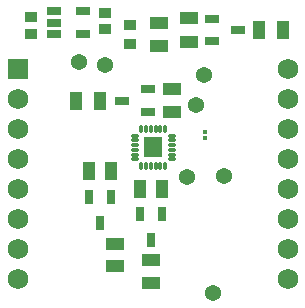
<source format=gts>
G04*
G04 #@! TF.GenerationSoftware,Altium Limited,Altium Designer,22.3.1 (43)*
G04*
G04 Layer_Color=8388736*
%FSLAX25Y25*%
%MOIN*%
G70*
G04*
G04 #@! TF.SameCoordinates,F5CC5926-5A50-4592-9941-E5357907D465*
G04*
G04*
G04 #@! TF.FilePolarity,Negative*
G04*
G01*
G75*
%ADD27O,0.01181X0.02953*%
%ADD28O,0.02953X0.01181*%
%ADD29R,0.06457X0.07087*%
%ADD30R,0.04528X0.02756*%
%ADD31R,0.04724X0.02953*%
%ADD32R,0.06102X0.03937*%
%ADD33R,0.04134X0.06102*%
%ADD34R,0.04134X0.03740*%
%ADD35R,0.04252X0.03465*%
%ADD36R,0.01575X0.01378*%
%ADD37R,0.02756X0.04528*%
%ADD38R,0.03937X0.06102*%
%ADD39R,0.06102X0.04134*%
%ADD40C,0.06894*%
%ADD41R,0.06894X0.06894*%
%ADD42C,0.05394*%
D27*
X46264Y52661D02*
D03*
X47839D02*
D03*
X49413D02*
D03*
X50988D02*
D03*
X52563D02*
D03*
X54138D02*
D03*
Y65063D02*
D03*
X52563D02*
D03*
X50988D02*
D03*
X49413D02*
D03*
X47839D02*
D03*
X46264D02*
D03*
D28*
X56402Y54925D02*
D03*
Y56500D02*
D03*
Y58075D02*
D03*
Y59650D02*
D03*
Y61224D02*
D03*
Y62799D02*
D03*
X44000D02*
D03*
Y61224D02*
D03*
Y59650D02*
D03*
Y58075D02*
D03*
Y56500D02*
D03*
Y54925D02*
D03*
D29*
X50201Y58862D02*
D03*
D30*
X78331Y98000D02*
D03*
X69669Y94260D02*
D03*
Y101740D02*
D03*
X39669Y74500D02*
D03*
X48331Y78240D02*
D03*
Y70760D02*
D03*
D31*
X26724Y104240D02*
D03*
Y96760D02*
D03*
X17276D02*
D03*
Y100500D02*
D03*
Y104240D02*
D03*
D32*
X52000Y92760D02*
D03*
Y100240D02*
D03*
X49500Y13760D02*
D03*
Y21240D02*
D03*
X37500Y19260D02*
D03*
Y26740D02*
D03*
D33*
X85563Y98000D02*
D03*
X93437D02*
D03*
X32437Y74500D02*
D03*
X24563D02*
D03*
D34*
X42500Y99650D02*
D03*
Y93350D02*
D03*
D35*
X34000Y98244D02*
D03*
Y103756D02*
D03*
X9500Y102256D02*
D03*
Y96744D02*
D03*
D36*
X67500Y62000D02*
D03*
Y64165D02*
D03*
D37*
X49500Y28169D02*
D03*
X45760Y36831D02*
D03*
X53240D02*
D03*
X32500Y33669D02*
D03*
X28760Y42331D02*
D03*
X36240D02*
D03*
D38*
X53240Y45000D02*
D03*
X45760D02*
D03*
X36240Y51000D02*
D03*
X28760D02*
D03*
D39*
X56500Y78437D02*
D03*
Y70563D02*
D03*
X62000Y94126D02*
D03*
Y102000D02*
D03*
D40*
X95000Y25000D02*
D03*
Y75000D02*
D03*
Y65000D02*
D03*
Y85000D02*
D03*
Y45000D02*
D03*
Y35000D02*
D03*
Y55000D02*
D03*
Y15000D02*
D03*
X5000Y65000D02*
D03*
Y15000D02*
D03*
Y55000D02*
D03*
Y35000D02*
D03*
Y25000D02*
D03*
Y45000D02*
D03*
Y75000D02*
D03*
D41*
Y85000D02*
D03*
D42*
X64500Y73000D02*
D03*
X67000Y83000D02*
D03*
X73750Y49250D02*
D03*
X61500Y49000D02*
D03*
X70000Y10500D02*
D03*
X34000Y86500D02*
D03*
X25500Y87500D02*
D03*
M02*

</source>
